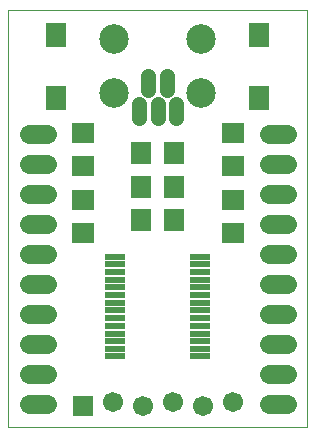
<source format=gts>
G75*
%MOIN*%
%OFA0B0*%
%FSLAX24Y24*%
%IPPOS*%
%LPD*%
%AMOC8*
5,1,8,0,0,1.08239X$1,22.5*
%
%ADD10C,0.0000*%
%ADD11R,0.0690X0.0210*%
%ADD12R,0.0749X0.0670*%
%ADD13C,0.0516*%
%ADD14C,0.0985*%
%ADD15R,0.0670X0.0749*%
%ADD16R,0.0670X0.0670*%
%ADD17C,0.0670*%
%ADD18R,0.0670X0.0827*%
%ADD19C,0.0640*%
D10*
X000660Y000660D02*
X000660Y014530D01*
X010652Y014530D01*
X010652Y000660D01*
X000660Y000660D01*
D11*
X004230Y003000D03*
X004230Y003250D03*
X004230Y003510D03*
X004230Y003760D03*
X004230Y004020D03*
X004230Y004280D03*
X004230Y004530D03*
X004230Y004790D03*
X004230Y005040D03*
X004230Y005300D03*
X004230Y005560D03*
X004230Y005810D03*
X004230Y006070D03*
X004230Y006320D03*
X007090Y006320D03*
X007090Y006070D03*
X007090Y005810D03*
X007090Y005560D03*
X007090Y005300D03*
X007090Y005040D03*
X007090Y004790D03*
X007090Y004530D03*
X007090Y004280D03*
X007090Y004020D03*
X007090Y003760D03*
X007090Y003510D03*
X007090Y003250D03*
X007090Y003000D03*
D12*
X008160Y007109D03*
X008160Y008211D03*
X008160Y009359D03*
X008160Y010461D03*
X003160Y010461D03*
X003160Y009359D03*
X003160Y008211D03*
X003160Y007109D03*
D13*
X005030Y010934D02*
X005030Y011410D01*
X005345Y011882D02*
X005345Y012358D01*
X005975Y012358D02*
X005975Y011882D01*
X006290Y011410D02*
X006290Y010934D01*
X005660Y010934D02*
X005660Y011410D01*
D14*
X007097Y011764D03*
X007097Y013595D03*
X004223Y013595D03*
X004223Y011764D03*
D15*
X005109Y009785D03*
X005109Y008660D03*
X005109Y007560D03*
X006211Y007560D03*
X006211Y008660D03*
X006211Y009785D03*
D16*
X003160Y001330D03*
D17*
X004160Y001490D03*
X005160Y001330D03*
X006160Y001490D03*
X007160Y001330D03*
X008160Y001490D03*
D18*
X009035Y011597D03*
X009035Y013723D03*
X002285Y013723D03*
X002285Y011597D03*
D19*
X001960Y010410D02*
X001360Y010410D01*
X001360Y009410D02*
X001960Y009410D01*
X001960Y008410D02*
X001360Y008410D01*
X001360Y007410D02*
X001960Y007410D01*
X001960Y006410D02*
X001360Y006410D01*
X001360Y005410D02*
X001960Y005410D01*
X001960Y004410D02*
X001360Y004410D01*
X001360Y003410D02*
X001960Y003410D01*
X001960Y002410D02*
X001360Y002410D01*
X001360Y001410D02*
X001960Y001410D01*
X009360Y001410D02*
X009960Y001410D01*
X009960Y002410D02*
X009360Y002410D01*
X009360Y003410D02*
X009960Y003410D01*
X009960Y004410D02*
X009360Y004410D01*
X009360Y005410D02*
X009960Y005410D01*
X009960Y006410D02*
X009360Y006410D01*
X009360Y007410D02*
X009960Y007410D01*
X009960Y008410D02*
X009360Y008410D01*
X009360Y009410D02*
X009960Y009410D01*
X009960Y010410D02*
X009360Y010410D01*
M02*

</source>
